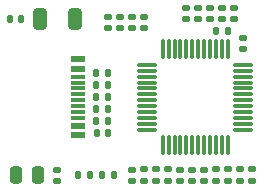
<source format=gbr>
%TF.GenerationSoftware,KiCad,Pcbnew,6.0.4-6f826c9f35~116~ubuntu21.10.1*%
%TF.CreationDate,2022-04-05T23:43:51+08:00*%
%TF.ProjectId,ST_Link_V2.1,53545f4c-696e-46b5-9f56-322e312e6b69,rev?*%
%TF.SameCoordinates,Original*%
%TF.FileFunction,Paste,Top*%
%TF.FilePolarity,Positive*%
%FSLAX46Y46*%
G04 Gerber Fmt 4.6, Leading zero omitted, Abs format (unit mm)*
G04 Created by KiCad (PCBNEW 6.0.4-6f826c9f35~116~ubuntu21.10.1) date 2022-04-05 23:43:51*
%MOMM*%
%LPD*%
G01*
G04 APERTURE LIST*
G04 Aperture macros list*
%AMRoundRect*
0 Rectangle with rounded corners*
0 $1 Rounding radius*
0 $2 $3 $4 $5 $6 $7 $8 $9 X,Y pos of 4 corners*
0 Add a 4 corners polygon primitive as box body*
4,1,4,$2,$3,$4,$5,$6,$7,$8,$9,$2,$3,0*
0 Add four circle primitives for the rounded corners*
1,1,$1+$1,$2,$3*
1,1,$1+$1,$4,$5*
1,1,$1+$1,$6,$7*
1,1,$1+$1,$8,$9*
0 Add four rect primitives between the rounded corners*
20,1,$1+$1,$2,$3,$4,$5,0*
20,1,$1+$1,$4,$5,$6,$7,0*
20,1,$1+$1,$6,$7,$8,$9,0*
20,1,$1+$1,$8,$9,$2,$3,0*%
G04 Aperture macros list end*
%ADD10RoundRect,0.140000X-0.170000X0.140000X-0.170000X-0.140000X0.170000X-0.140000X0.170000X0.140000X0*%
%ADD11RoundRect,0.140000X0.170000X-0.140000X0.170000X0.140000X-0.170000X0.140000X-0.170000X-0.140000X0*%
%ADD12RoundRect,0.140000X0.140000X0.170000X-0.140000X0.170000X-0.140000X-0.170000X0.140000X-0.170000X0*%
%ADD13RoundRect,0.250000X0.250000X0.475000X-0.250000X0.475000X-0.250000X-0.475000X0.250000X-0.475000X0*%
%ADD14RoundRect,0.249999X-0.325001X-0.650001X0.325001X-0.650001X0.325001X0.650001X-0.325001X0.650001X0*%
%ADD15RoundRect,0.147500X-0.172500X0.147500X-0.172500X-0.147500X0.172500X-0.147500X0.172500X0.147500X0*%
%ADD16RoundRect,0.147500X0.172500X-0.147500X0.172500X0.147500X-0.172500X0.147500X-0.172500X-0.147500X0*%
%ADD17R,1.160000X0.600000*%
%ADD18R,1.160000X0.300000*%
%ADD19RoundRect,0.135000X-0.185000X0.135000X-0.185000X-0.135000X0.185000X-0.135000X0.185000X0.135000X0*%
%ADD20RoundRect,0.135000X0.135000X0.185000X-0.135000X0.185000X-0.135000X-0.185000X0.135000X-0.185000X0*%
%ADD21RoundRect,0.135000X-0.135000X-0.185000X0.135000X-0.185000X0.135000X0.185000X-0.135000X0.185000X0*%
%ADD22RoundRect,0.135000X0.185000X-0.135000X0.185000X0.135000X-0.185000X0.135000X-0.185000X-0.135000X0*%
%ADD23O,0.280000X1.800000*%
%ADD24O,1.800000X0.280000*%
G04 APERTURE END LIST*
D10*
%TO.C,C1*%
X72136000Y-90198000D03*
X72136000Y-91158000D03*
%TD*%
%TO.C,C2*%
X73152000Y-90198000D03*
X73152000Y-91158000D03*
%TD*%
D11*
%TO.C,C3*%
X69088000Y-78204000D03*
X69088000Y-77244000D03*
%TD*%
D12*
%TO.C,C4*%
X66012000Y-87122000D03*
X65052000Y-87122000D03*
%TD*%
D10*
%TO.C,C5*%
X68072000Y-90198000D03*
X68072000Y-91158000D03*
%TD*%
D13*
%TO.C,C6*%
X60132000Y-90678000D03*
X58232000Y-90678000D03*
%TD*%
D11*
%TO.C,C7*%
X77470000Y-79982000D03*
X77470000Y-79022000D03*
%TD*%
%TO.C,C8*%
X61722000Y-91158000D03*
X61722000Y-90198000D03*
%TD*%
D10*
%TO.C,C10*%
X74168000Y-90198000D03*
X74168000Y-91158000D03*
%TD*%
D11*
%TO.C,C11*%
X66040000Y-78204000D03*
X66040000Y-77244000D03*
%TD*%
D14*
%TO.C,C12*%
X60247000Y-77470000D03*
X63197000Y-77470000D03*
%TD*%
D11*
%TO.C,C13*%
X68072000Y-78204000D03*
X68072000Y-77244000D03*
%TD*%
D12*
%TO.C,C14*%
X58646000Y-77470000D03*
X57686000Y-77470000D03*
%TD*%
D11*
%TO.C,C15*%
X67056000Y-78204000D03*
X67056000Y-77244000D03*
%TD*%
D15*
%TO.C,D1*%
X73660000Y-76477000D03*
X73660000Y-77447000D03*
%TD*%
D16*
%TO.C,D2*%
X74676000Y-77447000D03*
X74676000Y-76477000D03*
%TD*%
D15*
%TO.C,D3*%
X72644000Y-76477000D03*
X72644000Y-77447000D03*
%TD*%
D16*
%TO.C,D4*%
X76708000Y-77447000D03*
X76708000Y-76477000D03*
%TD*%
%TO.C,D5*%
X75692000Y-77447000D03*
X75692000Y-76477000D03*
%TD*%
D17*
%TO.C,J1*%
X63470000Y-80874000D03*
X63470000Y-81674000D03*
D18*
X63470000Y-82824000D03*
X63470000Y-83824000D03*
X63470000Y-84324000D03*
X63470000Y-85324000D03*
D17*
X63470000Y-86474000D03*
X63470000Y-87274000D03*
X63470000Y-87274000D03*
X63470000Y-86474000D03*
D18*
X63470000Y-85824000D03*
X63470000Y-84824000D03*
X63470000Y-83324000D03*
X63470000Y-82324000D03*
D17*
X63470000Y-81674000D03*
X63470000Y-80874000D03*
%TD*%
D19*
%TO.C,R1*%
X70104000Y-90168000D03*
X70104000Y-91188000D03*
%TD*%
%TO.C,R2*%
X71120000Y-90168000D03*
X71120000Y-91188000D03*
%TD*%
D20*
%TO.C,R3*%
X66042000Y-82042000D03*
X65022000Y-82042000D03*
%TD*%
%TO.C,R4*%
X66042000Y-86106000D03*
X65022000Y-86106000D03*
%TD*%
%TO.C,R5*%
X66042000Y-83058000D03*
X65022000Y-83058000D03*
%TD*%
%TO.C,R6*%
X66042000Y-85090000D03*
X65022000Y-85090000D03*
%TD*%
%TO.C,R7*%
X76202000Y-78486000D03*
X75182000Y-78486000D03*
%TD*%
D21*
%TO.C,R8*%
X65530000Y-90678000D03*
X66550000Y-90678000D03*
%TD*%
D20*
%TO.C,R10*%
X64518000Y-90678000D03*
X63498000Y-90678000D03*
%TD*%
%TO.C,R11*%
X66042000Y-84074000D03*
X65022000Y-84074000D03*
%TD*%
D22*
%TO.C,R12*%
X76200000Y-91188000D03*
X76200000Y-90168000D03*
%TD*%
D19*
%TO.C,R13*%
X77216000Y-90168000D03*
X77216000Y-91188000D03*
%TD*%
%TO.C,R19*%
X75184000Y-90168000D03*
X75184000Y-91188000D03*
%TD*%
D22*
%TO.C,R20*%
X69087001Y-91188000D03*
X69087001Y-90168000D03*
%TD*%
%TO.C,R21*%
X78232000Y-91188000D03*
X78232000Y-90168000D03*
%TD*%
D23*
%TO.C,U1*%
X70656000Y-88124000D03*
X71156000Y-88124000D03*
X71656000Y-88124000D03*
X72156000Y-88124000D03*
X72656000Y-88124000D03*
X73156000Y-88124000D03*
X73656000Y-88124000D03*
X74156000Y-88124000D03*
X74656000Y-88124000D03*
X75156000Y-88124000D03*
X75656000Y-88124000D03*
X76156000Y-88124000D03*
D24*
X77456000Y-86824000D03*
X77456000Y-86324000D03*
X77456000Y-85824000D03*
X77456000Y-85324000D03*
X77456000Y-84824000D03*
X77456000Y-84324000D03*
X77456000Y-83824000D03*
X77456000Y-83324000D03*
X77456000Y-82824000D03*
X77456000Y-82324000D03*
X77456000Y-81824000D03*
X77456000Y-81324000D03*
D23*
X76156000Y-80024000D03*
X75656000Y-80024000D03*
X75156000Y-80024000D03*
X74656000Y-80024000D03*
X74156000Y-80024000D03*
X73656000Y-80024000D03*
X73156000Y-80024000D03*
X72656000Y-80024000D03*
X72156000Y-80024000D03*
X71656000Y-80024000D03*
X71156000Y-80024000D03*
X70656000Y-80024000D03*
D24*
X69356000Y-81324000D03*
X69356000Y-81824000D03*
X69356000Y-82324000D03*
X69356000Y-82824000D03*
X69356000Y-83324000D03*
X69356000Y-83824000D03*
X69356000Y-84324000D03*
X69356000Y-84824000D03*
X69356000Y-85324000D03*
X69356000Y-85824000D03*
X69356000Y-86324000D03*
X69356000Y-86824000D03*
%TD*%
M02*

</source>
